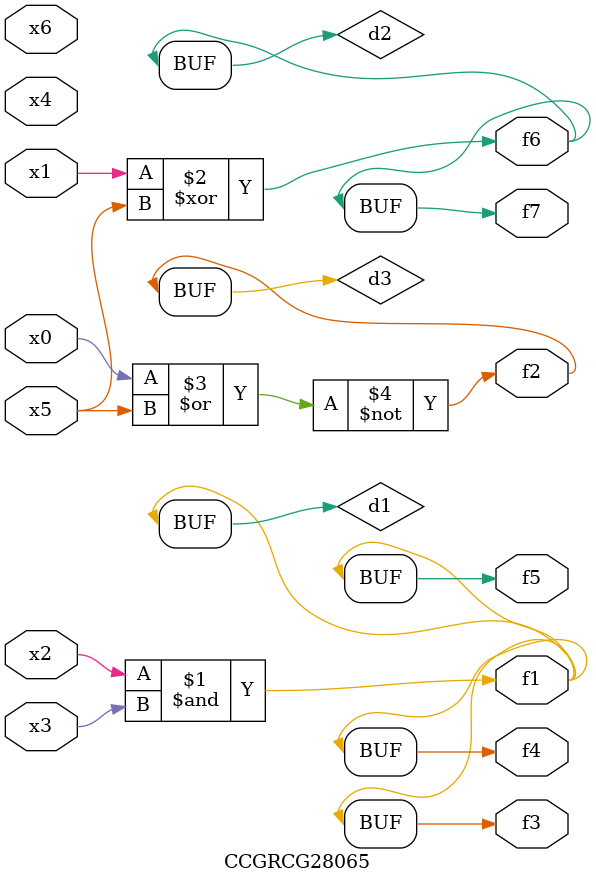
<source format=v>
module CCGRCG28065(
	input x0, x1, x2, x3, x4, x5, x6,
	output f1, f2, f3, f4, f5, f6, f7
);

	wire d1, d2, d3;

	and (d1, x2, x3);
	xor (d2, x1, x5);
	nor (d3, x0, x5);
	assign f1 = d1;
	assign f2 = d3;
	assign f3 = d1;
	assign f4 = d1;
	assign f5 = d1;
	assign f6 = d2;
	assign f7 = d2;
endmodule

</source>
